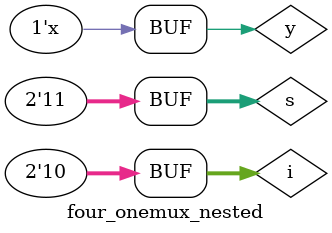
<source format=v>
`timescale 1ns / 1ps


module four_onemux_nested(); 
   reg[1:0] s;     
    reg [1:0]i; 
    wire y ;
assign y = (s[1:0] == 2'b00) ? i[0] :
           (s[1:0] == 2'b01) ? i[1] :
           (s[1:0] == 2'b10) ? i[2] :
                         i[3]; 
initial begin
s[0]=0;s[1]=0;i[0]=2'b00;#10;
s[0]=0;s[1]=1;i[1]=2'b01;#10;
s[0]=1;s[1]=0;i[2]=2'b10;#10;
s[0]=1;s[1]=1;i[3]=2'b11;#10;
end
endmodule



</source>
